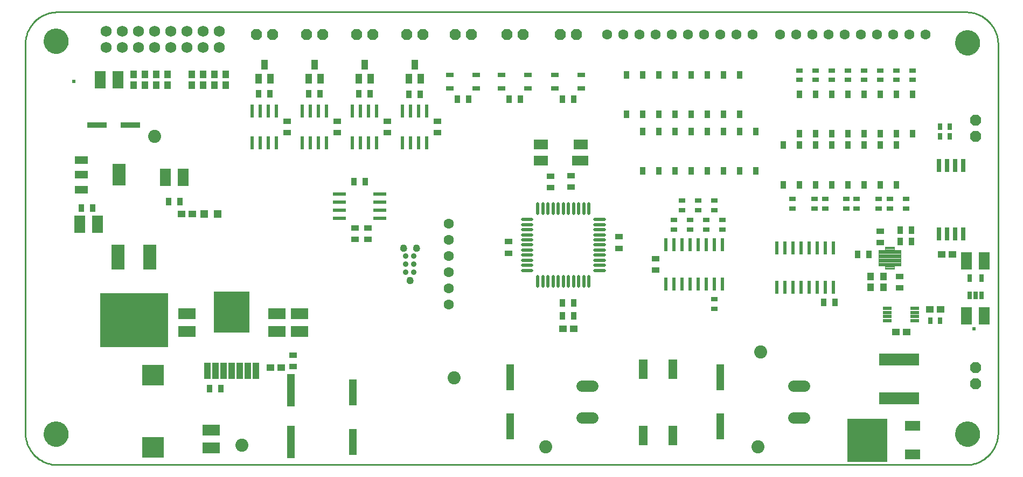
<source format=gts>
G75*
%MOIN*%
%OFA0B0*%
%FSLAX24Y24*%
%IPPOS*%
%LPD*%
%AMOC8*
5,1,8,0,0,1.08239X$1,22.5*
%
%ADD10C,0.0100*%
%ADD11R,0.0355X0.0512*%
%ADD12R,0.0512X0.0355*%
%ADD13R,0.0473X0.0434*%
%ADD14R,0.2481X0.0768*%
%ADD15R,0.0473X0.1615*%
%ADD16R,0.0552X0.1221*%
%ADD17R,0.2490X0.2690*%
%ADD18R,0.0940X0.0640*%
%ADD19C,0.0700*%
%ADD20R,0.0827X0.0473*%
%ADD21R,0.0827X0.1339*%
%ADD22R,0.0670X0.1064*%
%ADD23R,0.1221X0.0355*%
%ADD24R,0.0512X0.0512*%
%ADD25C,0.0808*%
%ADD26R,0.4237X0.3339*%
%ADD27R,0.0840X0.1540*%
%ADD28R,0.1320X0.1290*%
%ADD29R,0.0473X0.2009*%
%ADD30R,0.1064X0.0670*%
%ADD31R,0.0249X0.0820*%
%ADD32R,0.0434X0.0591*%
%ADD33R,0.0827X0.0237*%
%ADD34C,0.0237*%
%ADD35R,0.0906X0.0591*%
%ADD36R,0.0985X0.0591*%
%ADD37C,0.0197*%
%ADD38R,0.2241X0.2540*%
%ADD39R,0.0398X0.0989*%
%ADD40C,0.0631*%
%ADD41C,0.0350*%
%ADD42C,0.0000*%
%ADD43C,0.0430*%
%ADD44OC8,0.0690*%
%ADD45C,0.0690*%
%ADD46R,0.0434X0.0473*%
%ADD47R,0.0394X0.0276*%
%ADD48R,0.0237X0.0827*%
%ADD49R,0.0453X0.0296*%
%ADD50C,0.1540*%
%ADD51C,0.0039*%
%ADD52R,0.0292X0.0790*%
%ADD53R,0.0571X0.0197*%
%ADD54R,0.0276X0.0394*%
%ADD55R,0.0276X0.0453*%
D10*
X002150Y000150D02*
X058350Y000150D01*
X058437Y000152D01*
X058524Y000158D01*
X058611Y000167D01*
X058697Y000180D01*
X058783Y000197D01*
X058868Y000218D01*
X058951Y000243D01*
X059034Y000271D01*
X059115Y000302D01*
X059195Y000337D01*
X059273Y000376D01*
X059350Y000418D01*
X059425Y000463D01*
X059497Y000512D01*
X059568Y000563D01*
X059636Y000618D01*
X059701Y000675D01*
X059764Y000736D01*
X059825Y000799D01*
X059882Y000864D01*
X059937Y000932D01*
X059988Y001003D01*
X060037Y001075D01*
X060082Y001150D01*
X060124Y001227D01*
X060163Y001305D01*
X060198Y001385D01*
X060229Y001466D01*
X060257Y001549D01*
X060282Y001632D01*
X060303Y001717D01*
X060320Y001803D01*
X060333Y001889D01*
X060342Y001976D01*
X060348Y002063D01*
X060350Y002150D01*
X060350Y026150D01*
X060348Y026237D01*
X060342Y026324D01*
X060333Y026411D01*
X060320Y026497D01*
X060303Y026583D01*
X060282Y026668D01*
X060257Y026751D01*
X060229Y026834D01*
X060198Y026915D01*
X060163Y026995D01*
X060124Y027073D01*
X060082Y027150D01*
X060037Y027225D01*
X059988Y027297D01*
X059937Y027368D01*
X059882Y027436D01*
X059825Y027501D01*
X059764Y027564D01*
X059701Y027625D01*
X059636Y027682D01*
X059568Y027737D01*
X059497Y027788D01*
X059425Y027837D01*
X059350Y027882D01*
X059273Y027924D01*
X059195Y027963D01*
X059115Y027998D01*
X059034Y028029D01*
X058951Y028057D01*
X058868Y028082D01*
X058783Y028103D01*
X058697Y028120D01*
X058611Y028133D01*
X058524Y028142D01*
X058437Y028148D01*
X058350Y028150D01*
X002150Y028150D01*
X002063Y028148D01*
X001976Y028142D01*
X001889Y028133D01*
X001803Y028120D01*
X001717Y028103D01*
X001632Y028082D01*
X001549Y028057D01*
X001466Y028029D01*
X001385Y027998D01*
X001305Y027963D01*
X001227Y027924D01*
X001150Y027882D01*
X001075Y027837D01*
X001003Y027788D01*
X000932Y027737D01*
X000864Y027682D01*
X000799Y027625D01*
X000736Y027564D01*
X000675Y027501D01*
X000618Y027436D01*
X000563Y027368D01*
X000512Y027297D01*
X000463Y027225D01*
X000418Y027150D01*
X000376Y027073D01*
X000337Y026995D01*
X000302Y026915D01*
X000271Y026834D01*
X000243Y026751D01*
X000218Y026668D01*
X000197Y026583D01*
X000180Y026497D01*
X000167Y026411D01*
X000158Y026324D01*
X000152Y026237D01*
X000150Y026150D01*
X000150Y002150D01*
X000152Y002063D01*
X000158Y001976D01*
X000167Y001889D01*
X000180Y001803D01*
X000197Y001717D01*
X000218Y001632D01*
X000243Y001549D01*
X000271Y001466D01*
X000302Y001385D01*
X000337Y001305D01*
X000376Y001227D01*
X000418Y001150D01*
X000463Y001075D01*
X000512Y001003D01*
X000563Y000932D01*
X000618Y000864D01*
X000675Y000799D01*
X000736Y000736D01*
X000799Y000675D01*
X000864Y000618D01*
X000932Y000563D01*
X001003Y000512D01*
X001075Y000463D01*
X001150Y000418D01*
X001227Y000376D01*
X001305Y000337D01*
X001385Y000302D01*
X001466Y000271D01*
X001549Y000243D01*
X001632Y000218D01*
X001717Y000197D01*
X001803Y000180D01*
X001889Y000167D01*
X001976Y000158D01*
X002063Y000152D01*
X002150Y000150D01*
D11*
X011566Y004871D03*
X012274Y004871D03*
X033396Y009350D03*
X034104Y009350D03*
X034104Y010150D03*
X033396Y010150D03*
X021204Y017650D03*
X020496Y017650D03*
X009731Y016446D03*
X009022Y016446D03*
X004339Y016044D03*
X003630Y016044D03*
X014596Y023100D03*
X015304Y023100D03*
X017696Y023100D03*
X018404Y023100D03*
X020796Y023100D03*
X021504Y023100D03*
X023896Y023050D03*
X024604Y023050D03*
X026896Y022750D03*
X027604Y022750D03*
X030096Y022750D03*
X030804Y022750D03*
X033396Y022750D03*
X034104Y022750D03*
X037350Y021830D03*
X038350Y021830D03*
X039350Y021830D03*
X040350Y021830D03*
X041350Y021830D03*
X042350Y021830D03*
X043350Y021830D03*
X044350Y021830D03*
X044350Y020770D03*
X045350Y020770D03*
X047050Y019920D03*
X048050Y019920D03*
X048050Y020630D03*
X049050Y020630D03*
X050050Y020630D03*
X050050Y019920D03*
X049050Y019920D03*
X051050Y019920D03*
X051050Y020630D03*
X052050Y020630D03*
X053050Y020630D03*
X053050Y019920D03*
X052050Y019920D03*
X054050Y019920D03*
X054050Y020630D03*
X055050Y020630D03*
X055050Y023070D03*
X054050Y023070D03*
X053050Y023070D03*
X052050Y023070D03*
X051050Y023070D03*
X050050Y023070D03*
X049050Y023070D03*
X048050Y023070D03*
X044350Y024270D03*
X043350Y024270D03*
X042350Y024270D03*
X041350Y024270D03*
X040350Y024270D03*
X039350Y024270D03*
X038350Y024270D03*
X037350Y024270D03*
X038350Y020770D03*
X039350Y020770D03*
X040350Y020770D03*
X041350Y020770D03*
X042350Y020770D03*
X043350Y020770D03*
X043350Y018330D03*
X042350Y018330D03*
X041350Y018330D03*
X040350Y018330D03*
X039350Y018330D03*
X038350Y018330D03*
X044350Y018330D03*
X045350Y018330D03*
X047050Y017480D03*
X048050Y017480D03*
X049050Y017480D03*
X050050Y017480D03*
X051050Y017480D03*
X052050Y017480D03*
X053050Y017480D03*
X054050Y017480D03*
X054296Y014650D03*
X055004Y014650D03*
X055004Y013950D03*
X054296Y013950D03*
X052354Y013150D03*
X051646Y013150D03*
X050254Y010200D03*
X049546Y010200D03*
D12*
X054250Y011096D03*
X054250Y011804D03*
X053050Y013896D03*
X053050Y014604D03*
X039150Y012904D03*
X039150Y012196D03*
X036900Y013546D03*
X036900Y014254D03*
X033916Y017318D03*
X033916Y018026D03*
X032650Y018004D03*
X032650Y017296D03*
X030050Y013954D03*
X030050Y013246D03*
X021350Y014096D03*
X021350Y014804D03*
X020550Y014804D03*
X020550Y014096D03*
X019450Y020696D03*
X019450Y021404D03*
X016350Y021404D03*
X016350Y020696D03*
X022550Y020696D03*
X022550Y021404D03*
X025650Y021404D03*
X025650Y020696D03*
X016709Y006923D03*
X016709Y006214D03*
D13*
X015985Y006150D03*
X015315Y006150D03*
X033415Y008550D03*
X034085Y008550D03*
X054015Y008350D03*
X054685Y008350D03*
X056115Y009750D03*
X056785Y009750D03*
X056865Y013150D03*
X057535Y013150D03*
X010485Y015650D03*
X009815Y015650D03*
D14*
X054214Y006673D03*
X054214Y004252D03*
D15*
X043169Y005578D03*
X043169Y002523D03*
X030149Y002523D03*
X030149Y005578D03*
X020422Y004629D03*
X020422Y001574D03*
D16*
X038385Y001968D03*
X040236Y001968D03*
X040236Y006063D03*
X038385Y006063D03*
D17*
X052246Y001678D03*
D18*
X055056Y000788D03*
X055056Y002568D03*
D19*
X048349Y003070D02*
X047689Y003070D01*
X047689Y005039D02*
X048349Y005039D01*
X035255Y005039D02*
X034595Y005039D01*
X034595Y003070D02*
X035255Y003070D01*
D20*
X003627Y017179D03*
X003627Y018085D03*
X003627Y018990D03*
D21*
X005950Y018085D03*
D22*
X008826Y017930D03*
X009928Y017930D03*
X004636Y015028D03*
X003533Y015028D03*
X004799Y023950D03*
X005901Y023950D03*
X058399Y012750D03*
X059501Y012750D03*
X059501Y009350D03*
X058399Y009350D03*
D23*
X006647Y021159D03*
X004600Y021159D03*
D24*
X011237Y015650D03*
X012063Y015650D03*
D25*
X008150Y020450D03*
X026700Y005533D03*
X032350Y001275D03*
X045496Y001275D03*
X045649Y007133D03*
X013550Y001350D03*
D26*
X006878Y009098D03*
D27*
X005894Y012983D03*
X007863Y012998D03*
D28*
X008063Y005684D03*
X008063Y001224D03*
D29*
X016591Y001559D03*
X016591Y004748D03*
D30*
X011650Y002301D03*
X011650Y001199D03*
X010154Y008400D03*
X010154Y009502D03*
X015732Y009502D03*
X017110Y009502D03*
X017110Y008400D03*
X015732Y008400D03*
D31*
X015700Y020080D03*
X015200Y020080D03*
X014700Y020080D03*
X014200Y020080D03*
X017300Y020080D03*
X017800Y020080D03*
X018300Y020080D03*
X018800Y020080D03*
X020400Y020080D03*
X020900Y020080D03*
X021400Y020080D03*
X021900Y020080D03*
X023500Y020080D03*
X024000Y020080D03*
X024500Y020080D03*
X025000Y020080D03*
X025000Y022020D03*
X024500Y022020D03*
X024000Y022020D03*
X023500Y022020D03*
X021900Y022020D03*
X021400Y022020D03*
X020900Y022020D03*
X020400Y022020D03*
X018800Y022020D03*
X018300Y022020D03*
X017800Y022020D03*
X017300Y022020D03*
X015700Y022020D03*
X015200Y022020D03*
X014700Y022020D03*
X014200Y022020D03*
D32*
X014576Y024017D03*
X015324Y024017D03*
X014950Y024883D03*
X017676Y024017D03*
X018424Y024017D03*
X018050Y024883D03*
X020776Y024017D03*
X021524Y024017D03*
X021150Y024883D03*
X023876Y024017D03*
X024624Y024017D03*
X024250Y024883D03*
D33*
X022104Y016900D03*
X022104Y016400D03*
X022104Y015900D03*
X022104Y015400D03*
X019596Y015400D03*
X019596Y015900D03*
X019596Y016400D03*
X019596Y016900D03*
D34*
X003150Y023850D03*
X058850Y008550D03*
D35*
X034540Y019970D03*
X032060Y019970D03*
X032060Y018970D03*
D36*
X034501Y018970D03*
D37*
X034395Y015698D02*
X034395Y015698D01*
X034395Y016290D01*
X034395Y016290D01*
X034395Y015698D01*
X034395Y015894D02*
X034395Y015894D01*
X034395Y016090D02*
X034395Y016090D01*
X034395Y016286D02*
X034395Y016286D01*
X034710Y015698D02*
X034710Y015698D01*
X034710Y016290D01*
X034710Y016290D01*
X034710Y015698D01*
X034710Y015894D02*
X034710Y015894D01*
X034710Y016090D02*
X034710Y016090D01*
X034710Y016286D02*
X034710Y016286D01*
X035025Y015698D02*
X035025Y015698D01*
X035025Y016290D01*
X035025Y016290D01*
X035025Y015698D01*
X035025Y015894D02*
X035025Y015894D01*
X035025Y016090D02*
X035025Y016090D01*
X035025Y016286D02*
X035025Y016286D01*
X034080Y015698D02*
X034080Y015698D01*
X034080Y016290D01*
X034080Y016290D01*
X034080Y015698D01*
X034080Y015894D02*
X034080Y015894D01*
X034080Y016090D02*
X034080Y016090D01*
X034080Y016286D02*
X034080Y016286D01*
X033765Y015698D02*
X033765Y015698D01*
X033765Y016290D01*
X033765Y016290D01*
X033765Y015698D01*
X033765Y015894D02*
X033765Y015894D01*
X033765Y016090D02*
X033765Y016090D01*
X033765Y016286D02*
X033765Y016286D01*
X033450Y015698D02*
X033450Y015698D01*
X033450Y016290D01*
X033450Y016290D01*
X033450Y015698D01*
X033450Y015894D02*
X033450Y015894D01*
X033450Y016090D02*
X033450Y016090D01*
X033450Y016286D02*
X033450Y016286D01*
X033135Y015698D02*
X033135Y015698D01*
X033135Y016290D01*
X033135Y016290D01*
X033135Y015698D01*
X033135Y015894D02*
X033135Y015894D01*
X033135Y016090D02*
X033135Y016090D01*
X033135Y016286D02*
X033135Y016286D01*
X032820Y015698D02*
X032820Y015698D01*
X032820Y016290D01*
X032820Y016290D01*
X032820Y015698D01*
X032820Y015894D02*
X032820Y015894D01*
X032820Y016090D02*
X032820Y016090D01*
X032820Y016286D02*
X032820Y016286D01*
X032505Y015698D02*
X032505Y015698D01*
X032505Y016290D01*
X032505Y016290D01*
X032505Y015698D01*
X032505Y015894D02*
X032505Y015894D01*
X032505Y016090D02*
X032505Y016090D01*
X032505Y016286D02*
X032505Y016286D01*
X032190Y015698D02*
X032190Y015698D01*
X032190Y016290D01*
X032190Y016290D01*
X032190Y015698D01*
X032190Y015894D02*
X032190Y015894D01*
X032190Y016090D02*
X032190Y016090D01*
X032190Y016286D02*
X032190Y016286D01*
X031875Y015698D02*
X031875Y015698D01*
X031875Y016290D01*
X031875Y016290D01*
X031875Y015698D01*
X031875Y015894D02*
X031875Y015894D01*
X031875Y016090D02*
X031875Y016090D01*
X031875Y016286D02*
X031875Y016286D01*
X030910Y015325D02*
X030910Y015325D01*
X031502Y015325D01*
X031502Y015325D01*
X030910Y015325D01*
X030910Y015010D02*
X030910Y015010D01*
X031502Y015010D01*
X031502Y015010D01*
X030910Y015010D01*
X030910Y014695D02*
X030910Y014695D01*
X031502Y014695D01*
X031502Y014695D01*
X030910Y014695D01*
X030910Y014380D02*
X030910Y014380D01*
X031502Y014380D01*
X031502Y014380D01*
X030910Y014380D01*
X030910Y014065D02*
X030910Y014065D01*
X031502Y014065D01*
X031502Y014065D01*
X030910Y014065D01*
X030910Y013750D02*
X030910Y013750D01*
X031502Y013750D01*
X031502Y013750D01*
X030910Y013750D01*
X030910Y013435D02*
X030910Y013435D01*
X031502Y013435D01*
X031502Y013435D01*
X030910Y013435D01*
X030910Y013120D02*
X030910Y013120D01*
X031502Y013120D01*
X031502Y013120D01*
X030910Y013120D01*
X030910Y012805D02*
X030910Y012805D01*
X031502Y012805D01*
X031502Y012805D01*
X030910Y012805D01*
X030910Y012490D02*
X030910Y012490D01*
X031502Y012490D01*
X031502Y012490D01*
X030910Y012490D01*
X030910Y012175D02*
X030910Y012175D01*
X031502Y012175D01*
X031502Y012175D01*
X030910Y012175D01*
X031875Y011210D02*
X031875Y011210D01*
X031875Y011802D01*
X031875Y011802D01*
X031875Y011210D01*
X031875Y011406D02*
X031875Y011406D01*
X031875Y011602D02*
X031875Y011602D01*
X031875Y011798D02*
X031875Y011798D01*
X032190Y011210D02*
X032190Y011210D01*
X032190Y011802D01*
X032190Y011802D01*
X032190Y011210D01*
X032190Y011406D02*
X032190Y011406D01*
X032190Y011602D02*
X032190Y011602D01*
X032190Y011798D02*
X032190Y011798D01*
X032505Y011210D02*
X032505Y011210D01*
X032505Y011802D01*
X032505Y011802D01*
X032505Y011210D01*
X032505Y011406D02*
X032505Y011406D01*
X032505Y011602D02*
X032505Y011602D01*
X032505Y011798D02*
X032505Y011798D01*
X032820Y011210D02*
X032820Y011210D01*
X032820Y011802D01*
X032820Y011802D01*
X032820Y011210D01*
X032820Y011406D02*
X032820Y011406D01*
X032820Y011602D02*
X032820Y011602D01*
X032820Y011798D02*
X032820Y011798D01*
X033135Y011210D02*
X033135Y011210D01*
X033135Y011802D01*
X033135Y011802D01*
X033135Y011210D01*
X033135Y011406D02*
X033135Y011406D01*
X033135Y011602D02*
X033135Y011602D01*
X033135Y011798D02*
X033135Y011798D01*
X033450Y011210D02*
X033450Y011210D01*
X033450Y011802D01*
X033450Y011802D01*
X033450Y011210D01*
X033450Y011406D02*
X033450Y011406D01*
X033450Y011602D02*
X033450Y011602D01*
X033450Y011798D02*
X033450Y011798D01*
X033765Y011210D02*
X033765Y011210D01*
X033765Y011802D01*
X033765Y011802D01*
X033765Y011210D01*
X033765Y011406D02*
X033765Y011406D01*
X033765Y011602D02*
X033765Y011602D01*
X033765Y011798D02*
X033765Y011798D01*
X034080Y011210D02*
X034080Y011210D01*
X034080Y011802D01*
X034080Y011802D01*
X034080Y011210D01*
X034080Y011406D02*
X034080Y011406D01*
X034080Y011602D02*
X034080Y011602D01*
X034080Y011798D02*
X034080Y011798D01*
X034395Y011210D02*
X034395Y011210D01*
X034395Y011802D01*
X034395Y011802D01*
X034395Y011210D01*
X034395Y011406D02*
X034395Y011406D01*
X034395Y011602D02*
X034395Y011602D01*
X034395Y011798D02*
X034395Y011798D01*
X034710Y011210D02*
X034710Y011210D01*
X034710Y011802D01*
X034710Y011802D01*
X034710Y011210D01*
X034710Y011406D02*
X034710Y011406D01*
X034710Y011602D02*
X034710Y011602D01*
X034710Y011798D02*
X034710Y011798D01*
X035025Y011210D02*
X035025Y011210D01*
X035025Y011802D01*
X035025Y011802D01*
X035025Y011210D01*
X035025Y011406D02*
X035025Y011406D01*
X035025Y011602D02*
X035025Y011602D01*
X035025Y011798D02*
X035025Y011798D01*
X035398Y012175D02*
X035398Y012175D01*
X035990Y012175D01*
X035990Y012175D01*
X035398Y012175D01*
X035398Y012490D02*
X035398Y012490D01*
X035990Y012490D01*
X035990Y012490D01*
X035398Y012490D01*
X035398Y012805D02*
X035398Y012805D01*
X035990Y012805D01*
X035990Y012805D01*
X035398Y012805D01*
X035398Y013120D02*
X035398Y013120D01*
X035990Y013120D01*
X035990Y013120D01*
X035398Y013120D01*
X035398Y013435D02*
X035398Y013435D01*
X035990Y013435D01*
X035990Y013435D01*
X035398Y013435D01*
X035398Y013750D02*
X035398Y013750D01*
X035990Y013750D01*
X035990Y013750D01*
X035398Y013750D01*
X035398Y014065D02*
X035398Y014065D01*
X035990Y014065D01*
X035990Y014065D01*
X035398Y014065D01*
X035398Y014380D02*
X035398Y014380D01*
X035990Y014380D01*
X035990Y014380D01*
X035398Y014380D01*
X035398Y014695D02*
X035398Y014695D01*
X035990Y014695D01*
X035990Y014695D01*
X035398Y014695D01*
X035398Y015010D02*
X035398Y015010D01*
X035990Y015010D01*
X035990Y015010D01*
X035398Y015010D01*
X035398Y015325D02*
X035398Y015325D01*
X035990Y015325D01*
X035990Y015325D01*
X035398Y015325D01*
D38*
X012918Y009606D03*
D39*
X012918Y005974D03*
X013418Y005974D03*
X013918Y005974D03*
X014418Y005974D03*
X012418Y005974D03*
X011918Y005974D03*
X011418Y005974D03*
D40*
X026350Y010050D03*
X026350Y011050D03*
X026350Y012050D03*
X026350Y013050D03*
X026350Y014050D03*
X026350Y015050D03*
X036150Y026750D03*
X037150Y026750D03*
X038150Y026750D03*
X039150Y026750D03*
X040150Y026750D03*
X041150Y026750D03*
X042150Y026750D03*
X043150Y026750D03*
X044150Y026750D03*
X045150Y026750D03*
X046850Y026750D03*
X047850Y026750D03*
X048850Y026750D03*
X049850Y026750D03*
X050850Y026750D03*
X051850Y026750D03*
X052850Y026750D03*
X053850Y026750D03*
X054850Y026750D03*
X055850Y026750D03*
D41*
X024200Y013050D03*
X023700Y013050D03*
X023700Y012550D03*
X023700Y012050D03*
X024200Y012050D03*
X024200Y012550D03*
D42*
X023755Y011550D02*
X023757Y011578D01*
X023763Y011605D01*
X023773Y011631D01*
X023786Y011655D01*
X023803Y011678D01*
X023822Y011697D01*
X023845Y011714D01*
X023869Y011727D01*
X023895Y011737D01*
X023922Y011743D01*
X023950Y011745D01*
X023978Y011743D01*
X024005Y011737D01*
X024031Y011727D01*
X024055Y011714D01*
X024078Y011697D01*
X024097Y011678D01*
X024114Y011655D01*
X024127Y011631D01*
X024137Y011605D01*
X024143Y011578D01*
X024145Y011550D01*
X024143Y011522D01*
X024137Y011495D01*
X024127Y011469D01*
X024114Y011445D01*
X024097Y011422D01*
X024078Y011403D01*
X024055Y011386D01*
X024031Y011373D01*
X024005Y011363D01*
X023978Y011357D01*
X023950Y011355D01*
X023922Y011357D01*
X023895Y011363D01*
X023869Y011373D01*
X023845Y011386D01*
X023822Y011403D01*
X023803Y011422D01*
X023786Y011445D01*
X023773Y011469D01*
X023763Y011495D01*
X023757Y011522D01*
X023755Y011550D01*
X023355Y013550D02*
X023357Y013578D01*
X023363Y013605D01*
X023373Y013631D01*
X023386Y013655D01*
X023403Y013678D01*
X023422Y013697D01*
X023445Y013714D01*
X023469Y013727D01*
X023495Y013737D01*
X023522Y013743D01*
X023550Y013745D01*
X023578Y013743D01*
X023605Y013737D01*
X023631Y013727D01*
X023655Y013714D01*
X023678Y013697D01*
X023697Y013678D01*
X023714Y013655D01*
X023727Y013631D01*
X023737Y013605D01*
X023743Y013578D01*
X023745Y013550D01*
X023743Y013522D01*
X023737Y013495D01*
X023727Y013469D01*
X023714Y013445D01*
X023697Y013422D01*
X023678Y013403D01*
X023655Y013386D01*
X023631Y013373D01*
X023605Y013363D01*
X023578Y013357D01*
X023550Y013355D01*
X023522Y013357D01*
X023495Y013363D01*
X023469Y013373D01*
X023445Y013386D01*
X023422Y013403D01*
X023403Y013422D01*
X023386Y013445D01*
X023373Y013469D01*
X023363Y013495D01*
X023357Y013522D01*
X023355Y013550D01*
X024155Y013550D02*
X024157Y013578D01*
X024163Y013605D01*
X024173Y013631D01*
X024186Y013655D01*
X024203Y013678D01*
X024222Y013697D01*
X024245Y013714D01*
X024269Y013727D01*
X024295Y013737D01*
X024322Y013743D01*
X024350Y013745D01*
X024378Y013743D01*
X024405Y013737D01*
X024431Y013727D01*
X024455Y013714D01*
X024478Y013697D01*
X024497Y013678D01*
X024514Y013655D01*
X024527Y013631D01*
X024537Y013605D01*
X024543Y013578D01*
X024545Y013550D01*
X024543Y013522D01*
X024537Y013495D01*
X024527Y013469D01*
X024514Y013445D01*
X024497Y013422D01*
X024478Y013403D01*
X024455Y013386D01*
X024431Y013373D01*
X024405Y013363D01*
X024378Y013357D01*
X024350Y013355D01*
X024322Y013357D01*
X024295Y013363D01*
X024269Y013373D01*
X024245Y013386D01*
X024222Y013403D01*
X024203Y013422D01*
X024186Y013445D01*
X024173Y013469D01*
X024163Y013495D01*
X024157Y013522D01*
X024155Y013550D01*
X001300Y002050D02*
X001302Y002104D01*
X001308Y002158D01*
X001318Y002211D01*
X001331Y002264D01*
X001348Y002315D01*
X001369Y002365D01*
X001394Y002413D01*
X001422Y002460D01*
X001453Y002504D01*
X001487Y002546D01*
X001524Y002585D01*
X001564Y002622D01*
X001607Y002655D01*
X001652Y002686D01*
X001699Y002713D01*
X001747Y002736D01*
X001798Y002756D01*
X001849Y002773D01*
X001902Y002785D01*
X001955Y002794D01*
X002009Y002799D01*
X002064Y002800D01*
X002118Y002797D01*
X002171Y002790D01*
X002224Y002779D01*
X002277Y002765D01*
X002328Y002747D01*
X002377Y002725D01*
X002425Y002700D01*
X002471Y002671D01*
X002515Y002639D01*
X002556Y002604D01*
X002594Y002566D01*
X002630Y002525D01*
X002663Y002482D01*
X002693Y002437D01*
X002719Y002389D01*
X002742Y002340D01*
X002761Y002289D01*
X002776Y002238D01*
X002788Y002185D01*
X002796Y002131D01*
X002800Y002077D01*
X002800Y002023D01*
X002796Y001969D01*
X002788Y001915D01*
X002776Y001862D01*
X002761Y001811D01*
X002742Y001760D01*
X002719Y001711D01*
X002693Y001663D01*
X002663Y001618D01*
X002630Y001575D01*
X002594Y001534D01*
X002556Y001496D01*
X002515Y001461D01*
X002471Y001429D01*
X002425Y001400D01*
X002377Y001375D01*
X002328Y001353D01*
X002277Y001335D01*
X002224Y001321D01*
X002171Y001310D01*
X002118Y001303D01*
X002064Y001300D01*
X002009Y001301D01*
X001955Y001306D01*
X001902Y001315D01*
X001849Y001327D01*
X001798Y001344D01*
X001747Y001364D01*
X001699Y001387D01*
X001652Y001414D01*
X001607Y001445D01*
X001564Y001478D01*
X001524Y001515D01*
X001487Y001554D01*
X001453Y001596D01*
X001422Y001640D01*
X001394Y001687D01*
X001369Y001735D01*
X001348Y001785D01*
X001331Y001836D01*
X001318Y001889D01*
X001308Y001942D01*
X001302Y001996D01*
X001300Y002050D01*
X001300Y026350D02*
X001302Y026404D01*
X001308Y026458D01*
X001318Y026511D01*
X001331Y026564D01*
X001348Y026615D01*
X001369Y026665D01*
X001394Y026713D01*
X001422Y026760D01*
X001453Y026804D01*
X001487Y026846D01*
X001524Y026885D01*
X001564Y026922D01*
X001607Y026955D01*
X001652Y026986D01*
X001699Y027013D01*
X001747Y027036D01*
X001798Y027056D01*
X001849Y027073D01*
X001902Y027085D01*
X001955Y027094D01*
X002009Y027099D01*
X002064Y027100D01*
X002118Y027097D01*
X002171Y027090D01*
X002224Y027079D01*
X002277Y027065D01*
X002328Y027047D01*
X002377Y027025D01*
X002425Y027000D01*
X002471Y026971D01*
X002515Y026939D01*
X002556Y026904D01*
X002594Y026866D01*
X002630Y026825D01*
X002663Y026782D01*
X002693Y026737D01*
X002719Y026689D01*
X002742Y026640D01*
X002761Y026589D01*
X002776Y026538D01*
X002788Y026485D01*
X002796Y026431D01*
X002800Y026377D01*
X002800Y026323D01*
X002796Y026269D01*
X002788Y026215D01*
X002776Y026162D01*
X002761Y026111D01*
X002742Y026060D01*
X002719Y026011D01*
X002693Y025963D01*
X002663Y025918D01*
X002630Y025875D01*
X002594Y025834D01*
X002556Y025796D01*
X002515Y025761D01*
X002471Y025729D01*
X002425Y025700D01*
X002377Y025675D01*
X002328Y025653D01*
X002277Y025635D01*
X002224Y025621D01*
X002171Y025610D01*
X002118Y025603D01*
X002064Y025600D01*
X002009Y025601D01*
X001955Y025606D01*
X001902Y025615D01*
X001849Y025627D01*
X001798Y025644D01*
X001747Y025664D01*
X001699Y025687D01*
X001652Y025714D01*
X001607Y025745D01*
X001564Y025778D01*
X001524Y025815D01*
X001487Y025854D01*
X001453Y025896D01*
X001422Y025940D01*
X001394Y025987D01*
X001369Y026035D01*
X001348Y026085D01*
X001331Y026136D01*
X001318Y026189D01*
X001308Y026242D01*
X001302Y026296D01*
X001300Y026350D01*
X057700Y026250D02*
X057702Y026304D01*
X057708Y026358D01*
X057718Y026411D01*
X057731Y026464D01*
X057748Y026515D01*
X057769Y026565D01*
X057794Y026613D01*
X057822Y026660D01*
X057853Y026704D01*
X057887Y026746D01*
X057924Y026785D01*
X057964Y026822D01*
X058007Y026855D01*
X058052Y026886D01*
X058099Y026913D01*
X058147Y026936D01*
X058198Y026956D01*
X058249Y026973D01*
X058302Y026985D01*
X058355Y026994D01*
X058409Y026999D01*
X058464Y027000D01*
X058518Y026997D01*
X058571Y026990D01*
X058624Y026979D01*
X058677Y026965D01*
X058728Y026947D01*
X058777Y026925D01*
X058825Y026900D01*
X058871Y026871D01*
X058915Y026839D01*
X058956Y026804D01*
X058994Y026766D01*
X059030Y026725D01*
X059063Y026682D01*
X059093Y026637D01*
X059119Y026589D01*
X059142Y026540D01*
X059161Y026489D01*
X059176Y026438D01*
X059188Y026385D01*
X059196Y026331D01*
X059200Y026277D01*
X059200Y026223D01*
X059196Y026169D01*
X059188Y026115D01*
X059176Y026062D01*
X059161Y026011D01*
X059142Y025960D01*
X059119Y025911D01*
X059093Y025863D01*
X059063Y025818D01*
X059030Y025775D01*
X058994Y025734D01*
X058956Y025696D01*
X058915Y025661D01*
X058871Y025629D01*
X058825Y025600D01*
X058777Y025575D01*
X058728Y025553D01*
X058677Y025535D01*
X058624Y025521D01*
X058571Y025510D01*
X058518Y025503D01*
X058464Y025500D01*
X058409Y025501D01*
X058355Y025506D01*
X058302Y025515D01*
X058249Y025527D01*
X058198Y025544D01*
X058147Y025564D01*
X058099Y025587D01*
X058052Y025614D01*
X058007Y025645D01*
X057964Y025678D01*
X057924Y025715D01*
X057887Y025754D01*
X057853Y025796D01*
X057822Y025840D01*
X057794Y025887D01*
X057769Y025935D01*
X057748Y025985D01*
X057731Y026036D01*
X057718Y026089D01*
X057708Y026142D01*
X057702Y026196D01*
X057700Y026250D01*
X057700Y002050D02*
X057702Y002104D01*
X057708Y002158D01*
X057718Y002211D01*
X057731Y002264D01*
X057748Y002315D01*
X057769Y002365D01*
X057794Y002413D01*
X057822Y002460D01*
X057853Y002504D01*
X057887Y002546D01*
X057924Y002585D01*
X057964Y002622D01*
X058007Y002655D01*
X058052Y002686D01*
X058099Y002713D01*
X058147Y002736D01*
X058198Y002756D01*
X058249Y002773D01*
X058302Y002785D01*
X058355Y002794D01*
X058409Y002799D01*
X058464Y002800D01*
X058518Y002797D01*
X058571Y002790D01*
X058624Y002779D01*
X058677Y002765D01*
X058728Y002747D01*
X058777Y002725D01*
X058825Y002700D01*
X058871Y002671D01*
X058915Y002639D01*
X058956Y002604D01*
X058994Y002566D01*
X059030Y002525D01*
X059063Y002482D01*
X059093Y002437D01*
X059119Y002389D01*
X059142Y002340D01*
X059161Y002289D01*
X059176Y002238D01*
X059188Y002185D01*
X059196Y002131D01*
X059200Y002077D01*
X059200Y002023D01*
X059196Y001969D01*
X059188Y001915D01*
X059176Y001862D01*
X059161Y001811D01*
X059142Y001760D01*
X059119Y001711D01*
X059093Y001663D01*
X059063Y001618D01*
X059030Y001575D01*
X058994Y001534D01*
X058956Y001496D01*
X058915Y001461D01*
X058871Y001429D01*
X058825Y001400D01*
X058777Y001375D01*
X058728Y001353D01*
X058677Y001335D01*
X058624Y001321D01*
X058571Y001310D01*
X058518Y001303D01*
X058464Y001300D01*
X058409Y001301D01*
X058355Y001306D01*
X058302Y001315D01*
X058249Y001327D01*
X058198Y001344D01*
X058147Y001364D01*
X058099Y001387D01*
X058052Y001414D01*
X058007Y001445D01*
X057964Y001478D01*
X057924Y001515D01*
X057887Y001554D01*
X057853Y001596D01*
X057822Y001640D01*
X057794Y001687D01*
X057769Y001735D01*
X057748Y001785D01*
X057731Y001836D01*
X057718Y001889D01*
X057708Y001942D01*
X057702Y001996D01*
X057700Y002050D01*
D43*
X024350Y013550D03*
X023550Y013550D03*
X023950Y011550D03*
D44*
X023750Y026750D03*
X024750Y026750D03*
X026750Y026750D03*
X027750Y026750D03*
X029950Y026750D03*
X030950Y026750D03*
X033250Y026750D03*
X034250Y026750D03*
X021650Y026750D03*
X020650Y026750D03*
X018550Y026750D03*
X017550Y026750D03*
X015450Y026750D03*
X014450Y026750D03*
X058950Y021450D03*
X058950Y020450D03*
X058950Y006150D03*
X058950Y005150D03*
D45*
X012150Y025950D03*
X011150Y025950D03*
X010150Y025950D03*
X009150Y025950D03*
X008150Y025950D03*
X007150Y025950D03*
X006150Y025950D03*
X005150Y025950D03*
X005150Y026950D03*
X006150Y026950D03*
X007150Y026950D03*
X008150Y026950D03*
X009150Y026950D03*
X010150Y026950D03*
X011150Y026950D03*
X012150Y026950D03*
D46*
X011850Y024285D03*
X011150Y024285D03*
X010450Y024285D03*
X010450Y023615D03*
X011150Y023615D03*
X011850Y023615D03*
X012550Y023615D03*
X012550Y024285D03*
X008950Y024285D03*
X008250Y024285D03*
X007550Y024285D03*
X006850Y024285D03*
X006850Y023615D03*
X007550Y023615D03*
X008250Y023615D03*
X008950Y023615D03*
X052450Y011785D03*
X052450Y011115D03*
X053250Y011115D03*
X053250Y011785D03*
D47*
X052950Y016005D03*
X053650Y016005D03*
X053650Y016595D03*
X052950Y016595D03*
X051600Y016595D03*
X050950Y016595D03*
X050950Y016005D03*
X051600Y016005D03*
X049650Y016005D03*
X049650Y016595D03*
X049000Y016589D03*
X049000Y015999D03*
X047622Y015999D03*
X047622Y016589D03*
X043300Y015295D03*
X043300Y014705D03*
X042300Y014705D03*
X041300Y014705D03*
X041300Y015295D03*
X042300Y015295D03*
X041800Y015905D03*
X042800Y015905D03*
X042800Y016495D03*
X041800Y016495D03*
X040800Y016495D03*
X040800Y015905D03*
X040300Y015295D03*
X040300Y014705D03*
X042800Y010395D03*
X042800Y009805D03*
X054650Y016005D03*
X054650Y016595D03*
X055050Y023955D03*
X054050Y023955D03*
X054050Y024545D03*
X055050Y024545D03*
X053050Y024545D03*
X052050Y024545D03*
X052050Y023955D03*
X053050Y023955D03*
X051050Y023955D03*
X051050Y024545D03*
X050050Y024545D03*
X049050Y024545D03*
X049050Y023955D03*
X050050Y023955D03*
X048050Y023955D03*
X048050Y024545D03*
D48*
X043300Y013770D03*
X042800Y013770D03*
X042300Y013770D03*
X041800Y013770D03*
X041300Y013770D03*
X040800Y013770D03*
X040300Y013770D03*
X039800Y013770D03*
X039800Y011330D03*
X040300Y011330D03*
X040800Y011330D03*
X041300Y011330D03*
X041800Y011330D03*
X042300Y011330D03*
X042800Y011330D03*
X043300Y011330D03*
X046650Y011130D03*
X047150Y011130D03*
X047650Y011130D03*
X048150Y011130D03*
X048650Y011130D03*
X049150Y011130D03*
X049650Y011130D03*
X050150Y011130D03*
X050150Y013570D03*
X049650Y013570D03*
X049150Y013570D03*
X048650Y013570D03*
X048150Y013570D03*
X047650Y013570D03*
X047150Y013570D03*
X046650Y013570D03*
D49*
X034567Y023427D03*
X034567Y024273D03*
X032933Y024273D03*
X032933Y023427D03*
X031267Y023427D03*
X031267Y024273D03*
X029633Y024273D03*
X028067Y024273D03*
X028067Y023427D03*
X029633Y023427D03*
X026433Y023427D03*
X026433Y024273D03*
D50*
X002050Y026350D03*
X002050Y002050D03*
X058450Y002050D03*
X058450Y026250D03*
D51*
X053931Y013634D02*
X053369Y013634D01*
X053369Y013428D01*
X052966Y013428D01*
X052966Y012472D01*
X053369Y012472D01*
X053369Y012266D01*
X053931Y012266D01*
X053931Y012472D01*
X054334Y012472D01*
X054334Y013428D01*
X053931Y013428D01*
X053931Y013634D01*
X053931Y013632D02*
X053369Y013632D01*
X053369Y013594D02*
X053931Y013594D01*
X053931Y013556D02*
X053369Y013556D01*
X053369Y013518D02*
X053931Y013518D01*
X053931Y013480D02*
X053369Y013480D01*
X053369Y013442D02*
X053931Y013442D01*
X054334Y013405D02*
X052966Y013405D01*
X052966Y013367D02*
X054334Y013367D01*
X054334Y013329D02*
X052966Y013329D01*
X052966Y013291D02*
X054334Y013291D01*
X054334Y013253D02*
X052966Y013253D01*
X052966Y013215D02*
X054334Y013215D01*
X054334Y013177D02*
X052966Y013177D01*
X052966Y013140D02*
X054334Y013140D01*
X054334Y013102D02*
X052966Y013102D01*
X052966Y013064D02*
X054334Y013064D01*
X054334Y013026D02*
X052966Y013026D01*
X052966Y012988D02*
X054334Y012988D01*
X054334Y012950D02*
X052966Y012950D01*
X052966Y012912D02*
X054334Y012912D01*
X054334Y012874D02*
X052966Y012874D01*
X052966Y012837D02*
X054334Y012837D01*
X054334Y012799D02*
X052966Y012799D01*
X052966Y012761D02*
X054334Y012761D01*
X054334Y012723D02*
X052966Y012723D01*
X052966Y012685D02*
X054334Y012685D01*
X054334Y012647D02*
X052966Y012647D01*
X052966Y012609D02*
X054334Y012609D01*
X054334Y012571D02*
X052966Y012571D01*
X052966Y012534D02*
X054334Y012534D01*
X054334Y012496D02*
X052966Y012496D01*
X053369Y012458D02*
X053931Y012458D01*
X053931Y012420D02*
X053369Y012420D01*
X053369Y012382D02*
X053931Y012382D01*
X053931Y012344D02*
X053369Y012344D01*
X053369Y012306D02*
X053931Y012306D01*
X053931Y012269D02*
X053369Y012269D01*
D52*
X056700Y014435D03*
X057200Y014435D03*
X057700Y014435D03*
X058200Y014435D03*
X058200Y018665D03*
X057700Y018665D03*
X057200Y018665D03*
X056700Y018665D03*
D53*
X055196Y009834D03*
X055196Y009578D03*
X055196Y009322D03*
X055196Y009066D03*
X053504Y009066D03*
X053504Y009322D03*
X053504Y009578D03*
X053504Y009834D03*
D54*
X056155Y009050D03*
X056745Y009050D03*
X056755Y020450D03*
X057345Y020450D03*
X057345Y021050D03*
X056755Y021050D03*
D55*
X058576Y011681D03*
X059324Y011681D03*
X059324Y010619D03*
X058950Y010619D03*
X058576Y010619D03*
M02*

</source>
